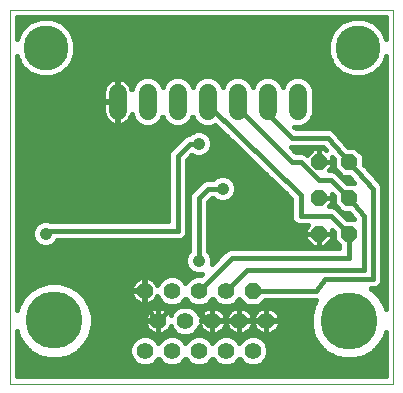
<source format=gbl>
G75*
%MOIN*%
%OFA0B0*%
%FSLAX24Y24*%
%IPPOS*%
%LPD*%
%AMOC8*
5,1,8,0,0,1.08239X$1,22.5*
%
%ADD10C,0.0000*%
%ADD11C,0.0554*%
%ADD12OC8,0.0554*%
%ADD13C,0.1900*%
%ADD14C,0.0600*%
%ADD15OC8,0.0520*%
%ADD16C,0.0413*%
%ADD17C,0.0160*%
%ADD18C,0.1502*%
D10*
X000480Y004962D02*
X000480Y017432D01*
X013272Y017432D01*
X013272Y004962D01*
X000480Y004962D01*
D11*
X004984Y006062D03*
X005884Y006062D03*
X005434Y007062D03*
X004984Y008062D03*
X005884Y008062D03*
X006334Y007062D03*
X006784Y008062D03*
X007234Y007062D03*
X007684Y008062D03*
X008134Y007062D03*
X007684Y006062D03*
X008584Y006062D03*
X009034Y007062D03*
X006784Y006062D03*
D12*
X008584Y008062D03*
D13*
X011800Y007062D03*
X001960Y007082D03*
D14*
X004080Y014062D02*
X004080Y014662D01*
X005080Y014662D02*
X005080Y014062D01*
X006080Y014062D02*
X006080Y014662D01*
X007080Y014662D02*
X007080Y014062D01*
X008080Y014062D02*
X008080Y014662D01*
X009080Y014662D02*
X009080Y014062D01*
X010080Y014062D02*
X010080Y014662D01*
D15*
X010780Y012362D03*
X011780Y012362D03*
X011780Y011162D03*
X010780Y011162D03*
X010780Y009962D03*
X011780Y009962D03*
D16*
X010180Y007062D03*
X007580Y011462D03*
X007980Y011962D03*
X008980Y011762D03*
X007380Y013262D03*
X006780Y012962D03*
X006780Y009062D03*
X003680Y009062D03*
X001680Y009962D03*
D17*
X001780Y010062D01*
X006080Y010062D01*
X006080Y012562D01*
X006480Y012962D01*
X006780Y012962D01*
X006468Y013282D02*
X006416Y013282D01*
X006299Y013233D01*
X005899Y012833D01*
X005809Y012743D01*
X005760Y012626D01*
X005760Y010382D01*
X001833Y010382D01*
X001769Y010409D01*
X001591Y010409D01*
X001427Y010341D01*
X001301Y010215D01*
X001233Y010051D01*
X001233Y009873D01*
X001301Y009709D01*
X001427Y009583D01*
X001591Y009515D01*
X001769Y009515D01*
X001933Y009583D01*
X002059Y009709D01*
X002072Y009742D01*
X006144Y009742D01*
X006261Y009791D01*
X006351Y009881D01*
X006400Y009998D01*
X006400Y012429D01*
X006546Y012575D01*
X006691Y012515D01*
X006869Y012515D01*
X007033Y012583D01*
X007159Y012709D01*
X007227Y012873D01*
X007227Y013051D01*
X007159Y013215D01*
X007033Y013341D01*
X006869Y013409D01*
X006691Y013409D01*
X006527Y013341D01*
X006468Y013282D01*
X006580Y013362D02*
X000720Y013362D01*
X000720Y013204D02*
X006269Y013204D01*
X006111Y013045D02*
X000720Y013045D01*
X000720Y012887D02*
X005952Y012887D01*
X005803Y012728D02*
X000720Y012728D01*
X000720Y012570D02*
X005760Y012570D01*
X005760Y012411D02*
X000720Y012411D01*
X000720Y012253D02*
X005760Y012253D01*
X005760Y012094D02*
X000720Y012094D01*
X000720Y011936D02*
X005760Y011936D01*
X005760Y011777D02*
X000720Y011777D01*
X000720Y011619D02*
X005760Y011619D01*
X005760Y011460D02*
X000720Y011460D01*
X000720Y011302D02*
X005760Y011302D01*
X005760Y011143D02*
X000720Y011143D01*
X000720Y010985D02*
X005760Y010985D01*
X005760Y010826D02*
X000720Y010826D01*
X000720Y010668D02*
X005760Y010668D01*
X005760Y010509D02*
X000720Y010509D01*
X000720Y010351D02*
X001452Y010351D01*
X001292Y010192D02*
X000720Y010192D01*
X000720Y010034D02*
X001233Y010034D01*
X001233Y009875D02*
X000720Y009875D01*
X000720Y009717D02*
X001298Y009717D01*
X001487Y009558D02*
X000720Y009558D01*
X000720Y009400D02*
X006460Y009400D01*
X006460Y009374D02*
X006401Y009315D01*
X006333Y009151D01*
X006333Y008973D01*
X006401Y008809D01*
X006527Y008683D01*
X006691Y008615D01*
X006869Y008615D01*
X006889Y008624D01*
X006845Y008579D01*
X006681Y008579D01*
X006491Y008500D01*
X006346Y008355D01*
X006334Y008327D01*
X006323Y008355D01*
X006177Y008500D01*
X005987Y008579D01*
X005781Y008579D01*
X005591Y008500D01*
X005446Y008355D01*
X005402Y008249D01*
X005375Y008301D01*
X005333Y008360D01*
X005282Y008411D01*
X005224Y008453D01*
X005160Y008486D01*
X005091Y008508D01*
X005020Y008519D01*
X004993Y008519D01*
X004993Y008070D01*
X004976Y008070D01*
X004976Y008053D01*
X004993Y008053D01*
X004993Y007605D01*
X005020Y007605D01*
X005091Y007616D01*
X005160Y007638D01*
X005224Y007671D01*
X005282Y007713D01*
X005333Y007764D01*
X005375Y007822D01*
X005402Y007875D01*
X005446Y007769D01*
X005591Y007623D01*
X005781Y007545D01*
X005987Y007545D01*
X006177Y007623D01*
X006323Y007769D01*
X006334Y007797D01*
X006346Y007769D01*
X006491Y007623D01*
X006681Y007545D01*
X006887Y007545D01*
X007077Y007623D01*
X007223Y007769D01*
X007234Y007797D01*
X007246Y007769D01*
X007391Y007623D01*
X007581Y007545D01*
X007787Y007545D01*
X007977Y007623D01*
X008123Y007769D01*
X008130Y007785D01*
X008370Y007545D01*
X008799Y007545D01*
X008996Y007742D01*
X010640Y007742D01*
X010662Y007736D01*
X010703Y007742D01*
X010704Y007742D01*
X010599Y007560D01*
X010511Y007232D01*
X010511Y006892D01*
X010599Y006564D01*
X010769Y006270D01*
X011009Y006030D01*
X011303Y005860D01*
X011631Y005772D01*
X011971Y005772D01*
X012299Y005860D01*
X012593Y006030D01*
X012834Y006270D01*
X013003Y006564D01*
X013032Y006671D01*
X013032Y005202D01*
X000720Y005202D01*
X000720Y006701D01*
X000757Y006564D01*
X000926Y006270D01*
X001167Y006030D01*
X001461Y005860D01*
X001789Y005772D01*
X002129Y005772D01*
X002457Y005860D01*
X002751Y006030D01*
X002991Y006270D01*
X003161Y006564D01*
X003249Y006892D01*
X003249Y007232D01*
X003161Y007560D01*
X002991Y007854D01*
X002751Y008094D01*
X002457Y008264D01*
X002129Y008352D01*
X001789Y008352D01*
X001461Y008264D01*
X001167Y008094D01*
X000926Y007854D01*
X000757Y007560D01*
X000720Y007423D01*
X000720Y015889D01*
X000840Y015600D01*
X001119Y015322D01*
X001483Y015171D01*
X001877Y015171D01*
X002241Y015322D01*
X002520Y015600D01*
X002671Y015965D01*
X002671Y016359D01*
X002520Y016723D01*
X002241Y017002D01*
X001877Y017153D01*
X001483Y017153D01*
X001119Y017002D01*
X000840Y016723D01*
X000720Y016434D01*
X000720Y017192D01*
X013032Y017192D01*
X013032Y016453D01*
X012920Y016723D01*
X012641Y017002D01*
X012277Y017153D01*
X011883Y017153D01*
X011519Y017002D01*
X011240Y016723D01*
X011089Y016359D01*
X011089Y015965D01*
X011240Y015600D01*
X011519Y015322D01*
X011883Y015171D01*
X012277Y015171D01*
X012641Y015322D01*
X012920Y015600D01*
X013032Y015870D01*
X013032Y007452D01*
X013003Y007560D01*
X012834Y007854D01*
X012593Y008094D01*
X012511Y008142D01*
X012644Y008142D01*
X012761Y008191D01*
X012851Y008281D01*
X012900Y008398D01*
X012900Y011452D01*
X012903Y011507D01*
X012900Y011516D01*
X012900Y011526D01*
X012879Y011576D01*
X012861Y011627D01*
X012855Y011634D01*
X012851Y011643D01*
X012813Y011682D01*
X012280Y012281D01*
X012280Y012569D01*
X011987Y012862D01*
X011768Y012862D01*
X011355Y013333D01*
X011351Y013343D01*
X011314Y013381D01*
X011279Y013421D01*
X011269Y013425D01*
X011261Y013433D01*
X011212Y013453D01*
X011165Y013477D01*
X011154Y013478D01*
X011144Y013482D01*
X011091Y013482D01*
X011038Y013485D01*
X011027Y013482D01*
X010013Y013482D01*
X009973Y013522D01*
X010187Y013522D01*
X010386Y013604D01*
X010538Y013756D01*
X010620Y013954D01*
X010620Y014769D01*
X010538Y014968D01*
X010386Y015120D01*
X010187Y015202D01*
X009973Y015202D01*
X009774Y015120D01*
X009622Y014968D01*
X009580Y014866D01*
X009538Y014968D01*
X009386Y015120D01*
X009187Y015202D01*
X008973Y015202D01*
X008774Y015120D01*
X008622Y014968D01*
X008580Y014866D01*
X008538Y014968D01*
X008386Y015120D01*
X008187Y015202D01*
X007973Y015202D01*
X007774Y015120D01*
X007622Y014968D01*
X007580Y014866D01*
X007538Y014968D01*
X007386Y015120D01*
X007187Y015202D01*
X006973Y015202D01*
X006774Y015120D01*
X006622Y014968D01*
X006580Y014866D01*
X006538Y014968D01*
X006386Y015120D01*
X006187Y015202D01*
X005973Y015202D01*
X005774Y015120D01*
X005622Y014968D01*
X005580Y014866D01*
X005538Y014968D01*
X005386Y015120D01*
X005187Y015202D01*
X004973Y015202D01*
X004774Y015120D01*
X004622Y014968D01*
X004545Y014783D01*
X004525Y014846D01*
X004491Y014913D01*
X004446Y014975D01*
X004393Y015028D01*
X004332Y015072D01*
X004264Y015107D01*
X004192Y015130D01*
X004118Y015142D01*
X004100Y015142D01*
X004100Y014382D01*
X004060Y014382D01*
X004060Y015142D01*
X004042Y015142D01*
X003968Y015130D01*
X003896Y015107D01*
X003828Y015072D01*
X003767Y015028D01*
X003714Y014975D01*
X003669Y014913D01*
X003635Y014846D01*
X003612Y014774D01*
X003600Y014700D01*
X003600Y014382D01*
X004060Y014382D01*
X004060Y014342D01*
X003600Y014342D01*
X003600Y014024D01*
X003612Y013949D01*
X003635Y013878D01*
X003669Y013810D01*
X003714Y013749D01*
X003767Y013696D01*
X003828Y013651D01*
X003896Y013617D01*
X003968Y013594D01*
X004042Y013582D01*
X004060Y013582D01*
X004060Y014342D01*
X004100Y014342D01*
X004100Y013582D01*
X004118Y013582D01*
X004192Y013594D01*
X004264Y013617D01*
X004332Y013651D01*
X004393Y013696D01*
X004446Y013749D01*
X004491Y013810D01*
X004525Y013878D01*
X004545Y013941D01*
X004622Y013756D01*
X004774Y013604D01*
X004973Y013522D01*
X005187Y013522D01*
X005386Y013604D01*
X005538Y013756D01*
X005580Y013858D01*
X005622Y013756D01*
X005774Y013604D01*
X005973Y013522D01*
X006187Y013522D01*
X006386Y013604D01*
X006538Y013756D01*
X006580Y013858D01*
X006622Y013756D01*
X006774Y013604D01*
X006973Y013522D01*
X007187Y013522D01*
X007325Y013579D01*
X009860Y011126D01*
X009860Y010498D01*
X009909Y010381D01*
X009999Y010291D01*
X010116Y010242D01*
X010438Y010242D01*
X010340Y010144D01*
X010340Y009962D01*
X010780Y009962D01*
X011220Y009962D01*
X011220Y010069D01*
X011280Y010009D01*
X011280Y009755D01*
X011460Y009575D01*
X011460Y009482D01*
X007816Y009482D01*
X007699Y009433D01*
X007609Y009343D01*
X007218Y008953D01*
X007227Y008973D01*
X007227Y009151D01*
X007159Y009315D01*
X007100Y009374D01*
X007100Y011029D01*
X007213Y011142D01*
X007268Y011142D01*
X007327Y011083D01*
X007491Y011015D01*
X007669Y011015D01*
X007833Y011083D01*
X007959Y011209D01*
X008027Y011373D01*
X008027Y011551D01*
X007959Y011715D01*
X007833Y011841D01*
X007669Y011909D01*
X007491Y011909D01*
X007327Y011841D01*
X007268Y011782D01*
X007016Y011782D01*
X006899Y011733D01*
X006599Y011433D01*
X006599Y011433D01*
X006509Y011343D01*
X006460Y011226D01*
X006460Y009374D01*
X006371Y009241D02*
X000720Y009241D01*
X000720Y009083D02*
X006333Y009083D01*
X006353Y008924D02*
X000720Y008924D01*
X000720Y008766D02*
X006444Y008766D01*
X006440Y008449D02*
X006229Y008449D01*
X006784Y008066D02*
X007880Y009162D01*
X011780Y009162D01*
X011780Y009962D01*
X011180Y010562D01*
X010180Y010562D01*
X010180Y011262D01*
X007080Y014262D01*
X007080Y014362D01*
X006614Y014947D02*
X006546Y014947D01*
X006400Y015106D02*
X006760Y015106D01*
X007400Y015106D02*
X007760Y015106D01*
X007614Y014947D02*
X007546Y014947D01*
X008080Y014362D02*
X008080Y014162D01*
X009880Y012362D01*
X010180Y012362D01*
X010780Y011762D01*
X011180Y011762D01*
X011780Y011162D01*
X012280Y010562D01*
X012280Y008762D01*
X008380Y008762D01*
X007684Y008066D01*
X007684Y008062D01*
X008010Y007656D02*
X008258Y007656D01*
X008241Y007508D02*
X008170Y007519D01*
X008143Y007519D01*
X008143Y007070D01*
X009026Y007070D01*
X009026Y007053D01*
X009043Y007053D01*
X009043Y006605D01*
X009070Y006605D01*
X009141Y006616D01*
X009210Y006638D01*
X009274Y006671D01*
X009332Y006713D01*
X009383Y006764D01*
X009425Y006822D01*
X009458Y006886D01*
X009480Y006955D01*
X009491Y007026D01*
X009491Y007053D01*
X009043Y007053D01*
X009043Y007070D01*
X009491Y007070D01*
X009491Y007098D01*
X009480Y007169D01*
X009458Y007237D01*
X009425Y007301D01*
X009383Y007360D01*
X009332Y007411D01*
X009274Y007453D01*
X009210Y007486D01*
X009141Y007508D01*
X009070Y007519D01*
X009043Y007519D01*
X009043Y007070D01*
X009026Y007070D01*
X009026Y007519D01*
X008998Y007519D01*
X008927Y007508D01*
X008859Y007486D01*
X008795Y007453D01*
X008737Y007411D01*
X008686Y007360D01*
X008643Y007301D01*
X008611Y007237D01*
X008588Y007169D01*
X008584Y007143D01*
X008580Y007169D01*
X008558Y007237D01*
X008525Y007301D01*
X008483Y007360D01*
X008432Y007411D01*
X008374Y007453D01*
X008310Y007486D01*
X008241Y007508D01*
X008272Y007498D02*
X008897Y007498D01*
X009026Y007498D02*
X009043Y007498D01*
X009172Y007498D02*
X010583Y007498D01*
X010540Y007339D02*
X009398Y007339D01*
X009476Y007181D02*
X010511Y007181D01*
X010511Y007022D02*
X009491Y007022D01*
X009447Y006864D02*
X010519Y006864D01*
X010561Y006705D02*
X009321Y006705D01*
X009043Y006705D02*
X009026Y006705D01*
X009026Y006605D02*
X008998Y006605D01*
X008927Y006616D01*
X008859Y006638D01*
X008795Y006671D01*
X008737Y006713D01*
X008686Y006764D01*
X008643Y006822D01*
X008611Y006886D01*
X008588Y006955D01*
X008584Y006981D01*
X008580Y006955D01*
X008558Y006886D01*
X008525Y006822D01*
X008483Y006764D01*
X008432Y006713D01*
X008374Y006671D01*
X008310Y006638D01*
X008241Y006616D01*
X008170Y006605D01*
X008143Y006605D01*
X008143Y007053D01*
X008126Y007053D01*
X008126Y006605D01*
X008098Y006605D01*
X008027Y006616D01*
X007959Y006638D01*
X007895Y006671D01*
X007837Y006713D01*
X007786Y006764D01*
X007743Y006822D01*
X007711Y006886D01*
X007688Y006955D01*
X007684Y006981D01*
X007680Y006955D01*
X007658Y006886D01*
X007625Y006822D01*
X007583Y006764D01*
X007532Y006713D01*
X007474Y006671D01*
X007410Y006638D01*
X007341Y006616D01*
X007270Y006605D01*
X007243Y006605D01*
X007243Y007053D01*
X007226Y007053D01*
X007226Y006605D01*
X007198Y006605D01*
X007127Y006616D01*
X007059Y006638D01*
X006995Y006671D01*
X006937Y006713D01*
X006886Y006764D01*
X006843Y006822D01*
X006817Y006875D01*
X006773Y006769D01*
X006627Y006623D01*
X006437Y006545D01*
X006231Y006545D01*
X006041Y006623D01*
X005896Y006769D01*
X005852Y006875D01*
X005825Y006822D01*
X005783Y006764D01*
X005732Y006713D01*
X005674Y006671D01*
X005610Y006638D01*
X005541Y006616D01*
X005470Y006605D01*
X005443Y006605D01*
X005443Y007053D01*
X005426Y007053D01*
X005426Y006605D01*
X005398Y006605D01*
X005327Y006616D01*
X005259Y006638D01*
X005195Y006671D01*
X005137Y006713D01*
X005086Y006764D01*
X005043Y006822D01*
X005011Y006886D01*
X004988Y006955D01*
X004977Y007026D01*
X004977Y007053D01*
X005426Y007053D01*
X005426Y007070D01*
X004977Y007070D01*
X004977Y007098D01*
X004988Y007169D01*
X005011Y007237D01*
X005043Y007301D01*
X005086Y007360D01*
X005137Y007411D01*
X005195Y007453D01*
X005259Y007486D01*
X005327Y007508D01*
X005398Y007519D01*
X005426Y007519D01*
X005426Y007070D01*
X005443Y007070D01*
X005443Y007519D01*
X005470Y007519D01*
X005541Y007508D01*
X005610Y007486D01*
X005674Y007453D01*
X005732Y007411D01*
X005783Y007360D01*
X005825Y007301D01*
X005852Y007249D01*
X005896Y007355D01*
X006041Y007500D01*
X006231Y007579D01*
X006437Y007579D01*
X006627Y007500D01*
X006773Y007355D01*
X006817Y007249D01*
X006843Y007301D01*
X006886Y007360D01*
X006937Y007411D01*
X006995Y007453D01*
X007059Y007486D01*
X007127Y007508D01*
X007198Y007519D01*
X007226Y007519D01*
X007226Y007070D01*
X007226Y007053D01*
X006851Y007053D01*
X006851Y007070D01*
X007226Y007070D01*
X007243Y007070D01*
X008126Y007070D01*
X008126Y007053D01*
X007677Y007053D01*
X007243Y007053D01*
X007243Y007070D01*
X007243Y007519D01*
X007270Y007519D01*
X007341Y007508D01*
X007410Y007486D01*
X007474Y007453D01*
X007532Y007411D01*
X007583Y007360D01*
X007625Y007301D01*
X007658Y007237D01*
X007680Y007169D01*
X007684Y007143D01*
X007688Y007169D01*
X007711Y007237D01*
X007743Y007301D01*
X007786Y007360D01*
X007837Y007411D01*
X007895Y007453D01*
X007959Y007486D01*
X008027Y007508D01*
X008098Y007519D01*
X008126Y007519D01*
X008126Y007070D01*
X008143Y007070D01*
X008143Y007053D01*
X008577Y007053D01*
X009026Y007053D01*
X009026Y006605D01*
X008877Y006500D02*
X009023Y006355D01*
X009101Y006165D01*
X009101Y005959D01*
X009023Y005769D01*
X008877Y005623D01*
X008687Y005545D01*
X008481Y005545D01*
X008291Y005623D01*
X008146Y005769D01*
X008134Y005797D01*
X008123Y005769D01*
X007977Y005623D01*
X007787Y005545D01*
X007581Y005545D01*
X007391Y005623D01*
X007246Y005769D01*
X007234Y005797D01*
X007223Y005769D01*
X007077Y005623D01*
X006887Y005545D01*
X006681Y005545D01*
X006491Y005623D01*
X006346Y005769D01*
X006334Y005797D01*
X006323Y005769D01*
X006177Y005623D01*
X005987Y005545D01*
X005781Y005545D01*
X005591Y005623D01*
X005446Y005769D01*
X005434Y005797D01*
X005423Y005769D01*
X005277Y005623D01*
X005087Y005545D01*
X004881Y005545D01*
X004691Y005623D01*
X004546Y005769D01*
X004467Y005959D01*
X004467Y006165D01*
X004546Y006355D01*
X004691Y006500D01*
X004881Y006579D01*
X005087Y006579D01*
X005277Y006500D01*
X005423Y006355D01*
X005434Y006327D01*
X005446Y006355D01*
X005591Y006500D01*
X005781Y006579D01*
X005987Y006579D01*
X006177Y006500D01*
X006323Y006355D01*
X006334Y006327D01*
X006346Y006355D01*
X006491Y006500D01*
X006681Y006579D01*
X006887Y006579D01*
X007077Y006500D01*
X007223Y006355D01*
X007234Y006327D01*
X007246Y006355D01*
X007391Y006500D01*
X007581Y006579D01*
X007787Y006579D01*
X007977Y006500D01*
X008123Y006355D01*
X008134Y006327D01*
X008146Y006355D01*
X008291Y006500D01*
X008481Y006579D01*
X008687Y006579D01*
X008877Y006500D01*
X008765Y006547D02*
X010609Y006547D01*
X010701Y006388D02*
X008989Y006388D01*
X009075Y006230D02*
X010809Y006230D01*
X010967Y006071D02*
X009101Y006071D01*
X009082Y005913D02*
X011211Y005913D01*
X010180Y007062D02*
X009034Y007062D01*
X008134Y007062D01*
X007234Y007062D01*
X007080Y007062D01*
X006580Y007562D01*
X005934Y007562D01*
X005434Y007062D01*
X004984Y007512D01*
X004984Y008062D01*
X004280Y008062D01*
X004080Y008262D01*
X004080Y008662D01*
X003680Y009062D01*
X004593Y008301D02*
X004561Y008237D01*
X004538Y008169D01*
X004527Y008098D01*
X004527Y008070D01*
X004976Y008070D01*
X004976Y008519D01*
X004948Y008519D01*
X004877Y008508D01*
X004809Y008486D01*
X004745Y008453D01*
X004687Y008411D01*
X004636Y008360D01*
X004593Y008301D01*
X004588Y008290D02*
X002358Y008290D01*
X002685Y008132D02*
X004533Y008132D01*
X004527Y008053D02*
X004527Y008026D01*
X004538Y007955D01*
X004561Y007886D01*
X004593Y007822D01*
X004636Y007764D01*
X004687Y007713D01*
X004745Y007671D01*
X004809Y007638D01*
X004877Y007616D01*
X004948Y007605D01*
X004976Y007605D01*
X004976Y008053D01*
X004527Y008053D01*
X004535Y007973D02*
X002872Y007973D01*
X003014Y007815D02*
X004599Y007815D01*
X004773Y007656D02*
X003105Y007656D01*
X003177Y007498D02*
X005297Y007498D01*
X005426Y007498D02*
X005443Y007498D01*
X005572Y007498D02*
X006039Y007498D01*
X005890Y007339D02*
X005798Y007339D01*
X005558Y007656D02*
X005195Y007656D01*
X004993Y007656D02*
X004976Y007656D01*
X004976Y007815D02*
X004993Y007815D01*
X004976Y007973D02*
X004993Y007973D01*
X004976Y008132D02*
X004993Y008132D01*
X004976Y008290D02*
X004993Y008290D01*
X004976Y008449D02*
X004993Y008449D01*
X005229Y008449D02*
X005540Y008449D01*
X005419Y008290D02*
X005381Y008290D01*
X005370Y007815D02*
X005427Y007815D01*
X005426Y007339D02*
X005443Y007339D01*
X005426Y007181D02*
X005443Y007181D01*
X005426Y007022D02*
X005443Y007022D01*
X005426Y006864D02*
X005443Y006864D01*
X005426Y006705D02*
X005443Y006705D01*
X005721Y006705D02*
X005959Y006705D01*
X005857Y006864D02*
X005847Y006864D01*
X005704Y006547D02*
X005165Y006547D01*
X005147Y006705D02*
X003199Y006705D01*
X003241Y006864D02*
X005022Y006864D01*
X004978Y007022D02*
X003249Y007022D01*
X003249Y007181D02*
X004992Y007181D01*
X005071Y007339D02*
X003220Y007339D01*
X003151Y006547D02*
X004804Y006547D01*
X004579Y006388D02*
X003059Y006388D01*
X002951Y006230D02*
X004494Y006230D01*
X004467Y006071D02*
X002793Y006071D01*
X002549Y005913D02*
X004486Y005913D01*
X004560Y005754D02*
X000720Y005754D01*
X000720Y005596D02*
X004758Y005596D01*
X005211Y005596D02*
X005658Y005596D01*
X005460Y005754D02*
X005408Y005754D01*
X005389Y006388D02*
X005479Y006388D01*
X006065Y006547D02*
X006226Y006547D01*
X006289Y006388D02*
X006379Y006388D01*
X006442Y006547D02*
X006604Y006547D01*
X006709Y006705D02*
X006947Y006705D01*
X006965Y006547D02*
X007504Y006547D01*
X007521Y006705D02*
X007847Y006705D01*
X007865Y006547D02*
X008404Y006547D01*
X008421Y006705D02*
X008747Y006705D01*
X008622Y006864D02*
X008547Y006864D01*
X008576Y007181D02*
X008592Y007181D01*
X008671Y007339D02*
X008498Y007339D01*
X008143Y007339D02*
X008126Y007339D01*
X008126Y007181D02*
X008143Y007181D01*
X008126Y007022D02*
X008143Y007022D01*
X008126Y006864D02*
X008143Y006864D01*
X008126Y006705D02*
X008143Y006705D01*
X008179Y006388D02*
X008089Y006388D01*
X007722Y006864D02*
X007647Y006864D01*
X007676Y007181D02*
X007692Y007181D01*
X007771Y007339D02*
X007598Y007339D01*
X007372Y007498D02*
X007997Y007498D01*
X008126Y007498D02*
X008143Y007498D01*
X008584Y008062D02*
X010680Y008062D01*
X010980Y008462D01*
X012580Y008462D01*
X012580Y011462D01*
X011780Y012362D01*
X011080Y013162D01*
X009880Y013162D01*
X009080Y013962D01*
X009080Y014362D01*
X009546Y014947D02*
X009614Y014947D01*
X009760Y015106D02*
X009400Y015106D01*
X008760Y015106D02*
X008400Y015106D01*
X008546Y014947D02*
X008614Y014947D01*
X007386Y013521D02*
X000720Y013521D01*
X000720Y013679D02*
X003790Y013679D01*
X003655Y013838D02*
X000720Y013838D01*
X000720Y013996D02*
X003604Y013996D01*
X003600Y014155D02*
X000720Y014155D01*
X000720Y014313D02*
X003600Y014313D01*
X003600Y014472D02*
X000720Y014472D01*
X000720Y014630D02*
X003600Y014630D01*
X003617Y014789D02*
X000720Y014789D01*
X000720Y014947D02*
X003694Y014947D01*
X003894Y015106D02*
X000720Y015106D01*
X000720Y015264D02*
X001257Y015264D01*
X001017Y015423D02*
X000720Y015423D01*
X000720Y015581D02*
X000859Y015581D01*
X000782Y015740D02*
X000720Y015740D01*
X000720Y016532D02*
X000761Y016532D01*
X000720Y016691D02*
X000826Y016691D01*
X000720Y016849D02*
X000966Y016849D01*
X001132Y017008D02*
X000720Y017008D01*
X000720Y017166D02*
X013032Y017166D01*
X013032Y017008D02*
X012628Y017008D01*
X012794Y016849D02*
X013032Y016849D01*
X013032Y016691D02*
X012934Y016691D01*
X012999Y016532D02*
X013032Y016532D01*
X013032Y015740D02*
X012978Y015740D01*
X013032Y015581D02*
X012901Y015581D01*
X013032Y015423D02*
X012743Y015423D01*
X012503Y015264D02*
X013032Y015264D01*
X013032Y015106D02*
X010400Y015106D01*
X010546Y014947D02*
X013032Y014947D01*
X013032Y014789D02*
X010612Y014789D01*
X010620Y014630D02*
X013032Y014630D01*
X013032Y014472D02*
X010620Y014472D01*
X010620Y014313D02*
X013032Y014313D01*
X013032Y014155D02*
X010620Y014155D01*
X010620Y013996D02*
X013032Y013996D01*
X013032Y013838D02*
X010572Y013838D01*
X010461Y013679D02*
X013032Y013679D01*
X013032Y013521D02*
X009974Y013521D01*
X009973Y013522D02*
X009973Y013522D01*
X009853Y012842D02*
X010013Y012682D01*
X010244Y012682D01*
X010361Y012633D01*
X010395Y012599D01*
X010598Y012802D01*
X010780Y012802D01*
X010780Y012362D01*
X010780Y012362D01*
X010780Y012802D01*
X010962Y012802D01*
X011023Y012742D01*
X010935Y012842D01*
X009853Y012842D01*
X009966Y012728D02*
X010524Y012728D01*
X010780Y012728D02*
X010780Y012728D01*
X010780Y012570D02*
X010780Y012570D01*
X010780Y012411D02*
X010780Y012411D01*
X010780Y012362D02*
X011220Y012362D01*
X011220Y012516D01*
X011280Y012447D01*
X011280Y012155D01*
X011573Y011862D01*
X011796Y011862D01*
X011974Y011662D01*
X011733Y011662D01*
X011361Y012033D01*
X011244Y012082D01*
X011122Y012082D01*
X011220Y012180D01*
X011220Y012362D01*
X010780Y012362D01*
X010780Y012362D01*
X011135Y012094D02*
X011340Y012094D01*
X011280Y012253D02*
X011220Y012253D01*
X011220Y012411D02*
X011280Y012411D01*
X011459Y011936D02*
X011499Y011936D01*
X011617Y011777D02*
X011871Y011777D01*
X012305Y012253D02*
X013032Y012253D01*
X013032Y012411D02*
X012280Y012411D01*
X012279Y012570D02*
X013032Y012570D01*
X013032Y012728D02*
X012121Y012728D01*
X011746Y012887D02*
X013032Y012887D01*
X013032Y013045D02*
X011607Y013045D01*
X011468Y013204D02*
X013032Y013204D01*
X013032Y013362D02*
X011332Y013362D01*
X012446Y012094D02*
X013032Y012094D01*
X013032Y011936D02*
X012587Y011936D01*
X012728Y011777D02*
X013032Y011777D01*
X013032Y011619D02*
X012864Y011619D01*
X012900Y011460D02*
X013032Y011460D01*
X013032Y011302D02*
X012900Y011302D01*
X012900Y011143D02*
X013032Y011143D01*
X013032Y010985D02*
X012900Y010985D01*
X012900Y010826D02*
X013032Y010826D01*
X013032Y010668D02*
X012900Y010668D01*
X012900Y010509D02*
X013032Y010509D01*
X013032Y010351D02*
X012900Y010351D01*
X012900Y010192D02*
X013032Y010192D01*
X013032Y010034D02*
X012900Y010034D01*
X012900Y009875D02*
X013032Y009875D01*
X013032Y009717D02*
X012900Y009717D01*
X012900Y009558D02*
X013032Y009558D01*
X013032Y009400D02*
X012900Y009400D01*
X012900Y009241D02*
X013032Y009241D01*
X013032Y009083D02*
X012900Y009083D01*
X012900Y008924D02*
X013032Y008924D01*
X013032Y008766D02*
X012900Y008766D01*
X012900Y008607D02*
X013032Y008607D01*
X013032Y008449D02*
X012900Y008449D01*
X012855Y008290D02*
X013032Y008290D01*
X013032Y008132D02*
X012528Y008132D01*
X012714Y007973D02*
X013032Y007973D01*
X013032Y007815D02*
X012856Y007815D01*
X012948Y007656D02*
X013032Y007656D01*
X013020Y007498D02*
X013032Y007498D01*
X012993Y006547D02*
X013032Y006547D01*
X013032Y006388D02*
X012902Y006388D01*
X012794Y006230D02*
X013032Y006230D01*
X013032Y006071D02*
X012635Y006071D01*
X012391Y005913D02*
X013032Y005913D01*
X013032Y005754D02*
X009008Y005754D01*
X008811Y005596D02*
X013032Y005596D01*
X013032Y005437D02*
X000720Y005437D01*
X000720Y005279D02*
X013032Y005279D01*
X010655Y007656D02*
X008910Y007656D01*
X009026Y007339D02*
X009043Y007339D01*
X009026Y007181D02*
X009043Y007181D01*
X009026Y007022D02*
X009043Y007022D01*
X009026Y006864D02*
X009043Y006864D01*
X008160Y005754D02*
X008108Y005754D01*
X007911Y005596D02*
X008358Y005596D01*
X007458Y005596D02*
X007011Y005596D01*
X007208Y005754D02*
X007260Y005754D01*
X007279Y006388D02*
X007189Y006388D01*
X007226Y006705D02*
X007243Y006705D01*
X007226Y006864D02*
X007243Y006864D01*
X007226Y007022D02*
X007243Y007022D01*
X007226Y007181D02*
X007243Y007181D01*
X007226Y007339D02*
X007243Y007339D01*
X007226Y007498D02*
X007243Y007498D01*
X007097Y007498D02*
X006630Y007498D01*
X006779Y007339D02*
X006871Y007339D01*
X007110Y007656D02*
X007358Y007656D01*
X006784Y008062D02*
X006784Y008066D01*
X006458Y007656D02*
X006210Y007656D01*
X006812Y006864D02*
X006822Y006864D01*
X006360Y005754D02*
X006308Y005754D01*
X006111Y005596D02*
X006558Y005596D01*
X004739Y008449D02*
X000720Y008449D01*
X000720Y008607D02*
X006873Y008607D01*
X006780Y009062D02*
X006780Y011162D01*
X007080Y011462D01*
X007580Y011462D01*
X007896Y011777D02*
X009187Y011777D01*
X009351Y011619D02*
X007998Y011619D01*
X008027Y011460D02*
X009515Y011460D01*
X009679Y011302D02*
X007997Y011302D01*
X007893Y011143D02*
X009842Y011143D01*
X009860Y010985D02*
X007100Y010985D01*
X007100Y010826D02*
X009860Y010826D01*
X009860Y010668D02*
X007100Y010668D01*
X007100Y010509D02*
X009860Y010509D01*
X009938Y010351D02*
X007100Y010351D01*
X007100Y010192D02*
X010388Y010192D01*
X010340Y010034D02*
X007100Y010034D01*
X007100Y009875D02*
X010340Y009875D01*
X010340Y009962D02*
X010340Y009780D01*
X010598Y009522D01*
X010780Y009522D01*
X010962Y009522D01*
X011220Y009780D01*
X011220Y009962D01*
X010780Y009962D01*
X010780Y009962D01*
X010780Y009962D01*
X010340Y009962D01*
X010403Y009717D02*
X007100Y009717D01*
X007100Y009558D02*
X010561Y009558D01*
X010780Y009558D02*
X010780Y009558D01*
X010780Y009522D02*
X010780Y009962D01*
X010780Y009962D01*
X010780Y009522D01*
X010999Y009558D02*
X011460Y009558D01*
X011318Y009717D02*
X011157Y009717D01*
X011220Y009875D02*
X011280Y009875D01*
X011255Y010034D02*
X011220Y010034D01*
X010780Y009875D02*
X010780Y009875D01*
X010780Y009717D02*
X010780Y009717D01*
X011527Y010668D02*
X011567Y010668D01*
X011573Y010662D02*
X011780Y010662D01*
X011947Y010462D01*
X011733Y010462D01*
X011361Y010833D01*
X011244Y010882D01*
X011122Y010882D01*
X011220Y010980D01*
X011220Y011162D01*
X011220Y011269D01*
X011280Y011209D01*
X011280Y010955D01*
X011573Y010662D01*
X011685Y010509D02*
X011907Y010509D01*
X011408Y010826D02*
X011368Y010826D01*
X011280Y010985D02*
X011220Y010985D01*
X011220Y011143D02*
X011280Y011143D01*
X011220Y011162D02*
X010780Y011162D01*
X011220Y011162D01*
X010780Y011162D02*
X010780Y011162D01*
X009023Y011936D02*
X006400Y011936D01*
X006400Y012094D02*
X008860Y012094D01*
X008696Y012253D02*
X006400Y012253D01*
X006400Y012411D02*
X008532Y012411D01*
X008368Y012570D02*
X007001Y012570D01*
X007167Y012728D02*
X008204Y012728D01*
X008041Y012887D02*
X007227Y012887D01*
X007227Y013045D02*
X007877Y013045D01*
X007713Y013204D02*
X007163Y013204D01*
X006980Y013362D02*
X007549Y013362D01*
X007280Y013462D02*
X004080Y013462D01*
X004080Y014362D01*
X004060Y014313D02*
X004100Y014313D01*
X004100Y014155D02*
X004060Y014155D01*
X004060Y013996D02*
X004100Y013996D01*
X004100Y013838D02*
X004060Y013838D01*
X004060Y013679D02*
X004100Y013679D01*
X004370Y013679D02*
X004699Y013679D01*
X004588Y013838D02*
X004505Y013838D01*
X004100Y014472D02*
X004060Y014472D01*
X004060Y014630D02*
X004100Y014630D01*
X004100Y014789D02*
X004060Y014789D01*
X004060Y014947D02*
X004100Y014947D01*
X004100Y015106D02*
X004060Y015106D01*
X004266Y015106D02*
X004760Y015106D01*
X004614Y014947D02*
X004466Y014947D01*
X004543Y014789D02*
X004548Y014789D01*
X005400Y015106D02*
X005760Y015106D01*
X005614Y014947D02*
X005546Y014947D01*
X005572Y013838D02*
X005588Y013838D01*
X005699Y013679D02*
X005461Y013679D01*
X006461Y013679D02*
X006699Y013679D01*
X006588Y013838D02*
X006572Y013838D01*
X007280Y013462D02*
X008980Y011762D01*
X007665Y009400D02*
X007100Y009400D01*
X007189Y009241D02*
X007507Y009241D01*
X007609Y009343D02*
X007609Y009343D01*
X007348Y009083D02*
X007227Y009083D01*
X006460Y009558D02*
X001873Y009558D01*
X002062Y009717D02*
X006460Y009717D01*
X006460Y009875D02*
X006346Y009875D01*
X006400Y010034D02*
X006460Y010034D01*
X006460Y010192D02*
X006400Y010192D01*
X006400Y010351D02*
X006460Y010351D01*
X006460Y010509D02*
X006400Y010509D01*
X006400Y010668D02*
X006460Y010668D01*
X006460Y010826D02*
X006400Y010826D01*
X006400Y010985D02*
X006460Y010985D01*
X006460Y011143D02*
X006400Y011143D01*
X006400Y011302D02*
X006492Y011302D01*
X006400Y011460D02*
X006626Y011460D01*
X006784Y011619D02*
X006400Y011619D01*
X006400Y011777D02*
X007006Y011777D01*
X006559Y012570D02*
X006541Y012570D01*
X002578Y015740D02*
X011182Y015740D01*
X011116Y015898D02*
X002644Y015898D01*
X002671Y016057D02*
X011089Y016057D01*
X011089Y016215D02*
X002671Y016215D01*
X002665Y016374D02*
X011095Y016374D01*
X011161Y016532D02*
X002599Y016532D01*
X002534Y016691D02*
X011226Y016691D01*
X011366Y016849D02*
X002394Y016849D01*
X002228Y017008D02*
X011532Y017008D01*
X011259Y015581D02*
X002501Y015581D01*
X002343Y015423D02*
X011417Y015423D01*
X011657Y015264D02*
X002103Y015264D01*
X001559Y008290D02*
X000720Y008290D01*
X000720Y008132D02*
X001232Y008132D01*
X001046Y007973D02*
X000720Y007973D01*
X000720Y007815D02*
X000904Y007815D01*
X000812Y007656D02*
X000720Y007656D01*
X000720Y007498D02*
X000740Y007498D01*
X000720Y006547D02*
X000767Y006547D01*
X000720Y006388D02*
X000858Y006388D01*
X000966Y006230D02*
X000720Y006230D01*
X000720Y006071D02*
X001125Y006071D01*
X001369Y005913D02*
X000720Y005913D01*
D18*
X001680Y016162D03*
X012080Y016162D03*
M02*

</source>
